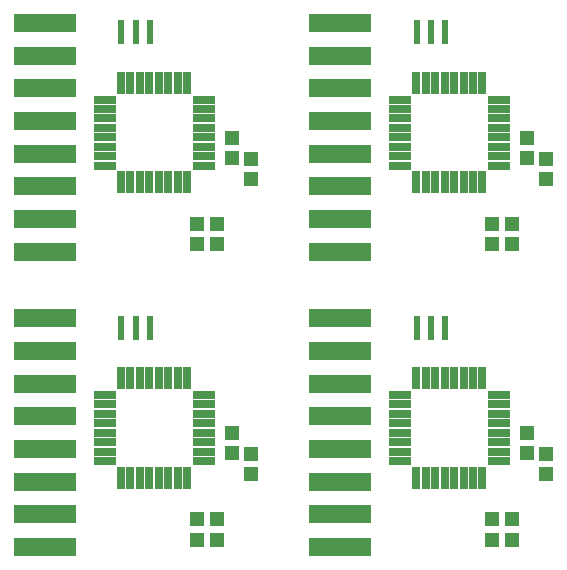
<source format=gts>
%MOIN*%
%OFA0B0*%
%FSLAX26Y26*%
%IPPOS*%
%LPD*%
%ADD30R,0.023628X0.082683*%
%ADD34R,0.074809X0.027565*%
%ADD36R,0.027565X0.074809*%
%ADD38R,0.047250000000000007X0.051187*%
%ADD40R,0.051187X0.047250000000000007*%
%ADD42R,0.20788X0.062379999999999991*%
%ADD73R,0.023628X0.082683*%
%ADD77R,0.074809X0.027565*%
%ADD79R,0.027565X0.074809*%
%ADD81R,0.047250000000000007X0.051187*%
%ADD83R,0.051187X0.047250000000000007*%
%ADD85R,0.20788X0.062379999999999991*%
%ADD116R,0.023628X0.082683*%
%ADD120R,0.074809X0.027565*%
%ADD122R,0.027565X0.074809*%
%ADD124R,0.047250000000000007X0.051187*%
%ADD126R,0.051187X0.047250000000000007*%
%ADD128R,0.20788X0.062379999999999991*%
%ADD159R,0.023628X0.082683*%
%ADD163R,0.074809X0.027565*%
%ADD165R,0.027565X0.074809*%
%ADD167R,0.047250000000000007X0.051187*%
%ADD169R,0.051187X0.047250000000000007*%
%ADD171R,0.20788X0.062379999999999991*%
%LPD*%
G90*
G75*
G01*
D42*
X-00314960Y-00314960D02*
X00184990Y00109990D03*
X00184990Y00218990D03*
X00184990Y00327990D03*
X00184990Y00436989D03*
X00184990Y00545990D03*
X00184990Y00654990D03*
X00184990Y00763990D03*
X00185040Y00873029D03*
D40*
X00691238Y00134988D03*
X00758168Y00134988D03*
X00691238Y00203739D03*
X00758168Y00203739D03*
D38*
X00872490Y00353739D03*
X00872490Y00420668D03*
X00809990Y00422488D03*
X00809990Y00489417D03*
D36*
X00659990Y00672488D03*
X00628494Y00672488D03*
X00596998Y00672488D03*
X00565501Y00672488D03*
X00534005Y00672488D03*
X00502509Y00672488D03*
X00471013Y00672488D03*
X00439517Y00672488D03*
D34*
X00384399Y00617370D03*
X00384399Y00585874D03*
X00384399Y00554378D03*
X00384399Y00522881D03*
X00384399Y00491386D03*
X00384399Y00459890D03*
X00384399Y00428394D03*
X00384399Y00396898D03*
D36*
X00439517Y00341780D03*
X00471013Y00341780D03*
X00502509Y00341780D03*
X00534005Y00341780D03*
X00565501Y00341780D03*
X00596998Y00341780D03*
X00628494Y00341780D03*
X00659990Y00341780D03*
D34*
X00715108Y00396898D03*
X00715108Y00428394D03*
X00715108Y00459890D03*
X00715108Y00491386D03*
X00715108Y00522881D03*
X00715108Y00554378D03*
X00715108Y00585874D03*
X00715108Y00617370D03*
D30*
X00534988Y00841239D03*
X00487744Y00841239D03*
X00440500Y00841239D03*
G90*
G75*
G01*
D85*
X-00314960Y00669291D02*
X00184990Y01094242D03*
X00184990Y01203242D03*
X00184990Y01312241D03*
X00184990Y01421242D03*
X00184990Y01530242D03*
X00184990Y01639242D03*
X00184990Y01748242D03*
X00185040Y01857281D03*
D83*
X00691238Y01119240D03*
X00758168Y01119240D03*
X00691238Y01187991D03*
X00758168Y01187991D03*
D81*
X00872490Y01337991D03*
X00872490Y01404920D03*
X00809990Y01406739D03*
X00809990Y01473669D03*
D79*
X00659990Y01656740D03*
X00628494Y01656740D03*
X00596998Y01656740D03*
X00565501Y01656740D03*
X00534005Y01656740D03*
X00502509Y01656740D03*
X00471013Y01656740D03*
X00439517Y01656740D03*
D77*
X00384399Y01601621D03*
X00384399Y01570126D03*
X00384399Y01538630D03*
X00384399Y01507134D03*
X00384399Y01475638D03*
X00384399Y01444142D03*
X00384399Y01412646D03*
X00384399Y01381150D03*
D79*
X00439517Y01326031D03*
X00471013Y01326031D03*
X00502509Y01326031D03*
X00534005Y01326031D03*
X00565501Y01326031D03*
X00596998Y01326031D03*
X00628494Y01326031D03*
X00659990Y01326031D03*
D77*
X00715108Y01381150D03*
X00715108Y01412646D03*
X00715108Y01444142D03*
X00715108Y01475638D03*
X00715108Y01507134D03*
X00715108Y01538630D03*
X00715108Y01570126D03*
X00715108Y01601621D03*
D73*
X00534988Y01825491D03*
X00487744Y01825491D03*
X00440500Y01825491D03*
G04 next file*
%LPD*%
G90*
G75*
G01*
D128*
X00669291Y00669291D02*
X01169242Y01094242D03*
X01169242Y01203242D03*
X01169242Y01312241D03*
X01169242Y01421242D03*
X01169242Y01530242D03*
X01169242Y01639242D03*
X01169242Y01748242D03*
X01169292Y01857281D03*
D126*
X01675491Y01119240D03*
X01742420Y01119240D03*
X01675491Y01187991D03*
X01742420Y01187991D03*
D124*
X01856742Y01337991D03*
X01856742Y01404920D03*
X01794242Y01406739D03*
X01794242Y01473669D03*
D122*
X01644242Y01656740D03*
X01612746Y01656740D03*
X01581250Y01656740D03*
X01549753Y01656740D03*
X01518257Y01656740D03*
X01486761Y01656740D03*
X01455264Y01656740D03*
X01423769Y01656740D03*
D120*
X01368651Y01601621D03*
X01368651Y01570126D03*
X01368651Y01538630D03*
X01368651Y01507134D03*
X01368651Y01475638D03*
X01368651Y01444142D03*
X01368651Y01412646D03*
X01368651Y01381150D03*
D122*
X01423769Y01326031D03*
X01455264Y01326031D03*
X01486761Y01326031D03*
X01518257Y01326031D03*
X01549753Y01326031D03*
X01581250Y01326031D03*
X01612746Y01326031D03*
X01644242Y01326031D03*
D120*
X01699358Y01381150D03*
X01699358Y01412646D03*
X01699358Y01444142D03*
X01699358Y01475638D03*
X01699358Y01507134D03*
X01699358Y01538630D03*
X01699358Y01570126D03*
X01699358Y01601621D03*
D116*
X01519240Y01825491D03*
X01471996Y01825491D03*
X01424752Y01825491D03*
G04 next file*
G04 DipTrace 3.3.1.1*
G04 TopMask.gts*
G04 #@! TF.FileFunction,Soldermask,Top*
G04 #@! TF.Part,Single*
G04*
G04 skipping 70
G90*
G75*
G01*
G04 TopMask*
D171*
X00669291Y-00314960D02*
X01169242Y00109990D03*
X01169242Y00218990D03*
X01169242Y00327990D03*
X01169242Y00436989D03*
X01169242Y00545990D03*
X01169242Y00654990D03*
X01169242Y00763990D03*
X01169292Y00873029D03*
D169*
X01675491Y00134988D03*
X01742420Y00134988D03*
X01675491Y00203739D03*
X01742420Y00203739D03*
D167*
X01856742Y00353739D03*
X01856742Y00420668D03*
X01794242Y00422488D03*
X01794242Y00489417D03*
D165*
X01644242Y00672488D03*
X01612746Y00672488D03*
X01581250Y00672488D03*
X01549753Y00672488D03*
X01518257Y00672488D03*
X01486761Y00672488D03*
X01455264Y00672488D03*
X01423769Y00672488D03*
D163*
X01368651Y00617370D03*
X01368651Y00585874D03*
X01368651Y00554378D03*
X01368651Y00522881D03*
X01368651Y00491386D03*
X01368651Y00459890D03*
X01368651Y00428394D03*
X01368651Y00396898D03*
D165*
X01423769Y00341780D03*
X01455264Y00341780D03*
X01486761Y00341780D03*
X01518257Y00341780D03*
X01549753Y00341780D03*
X01581250Y00341780D03*
X01612746Y00341780D03*
X01644242Y00341780D03*
D163*
X01699358Y00396898D03*
X01699358Y00428394D03*
X01699358Y00459890D03*
X01699358Y00491386D03*
X01699358Y00522881D03*
X01699358Y00554378D03*
X01699358Y00585874D03*
X01699358Y00617370D03*
D159*
X01519240Y00841239D03*
X01471996Y00841239D03*
X01424752Y00841239D03*
M02*
</source>
